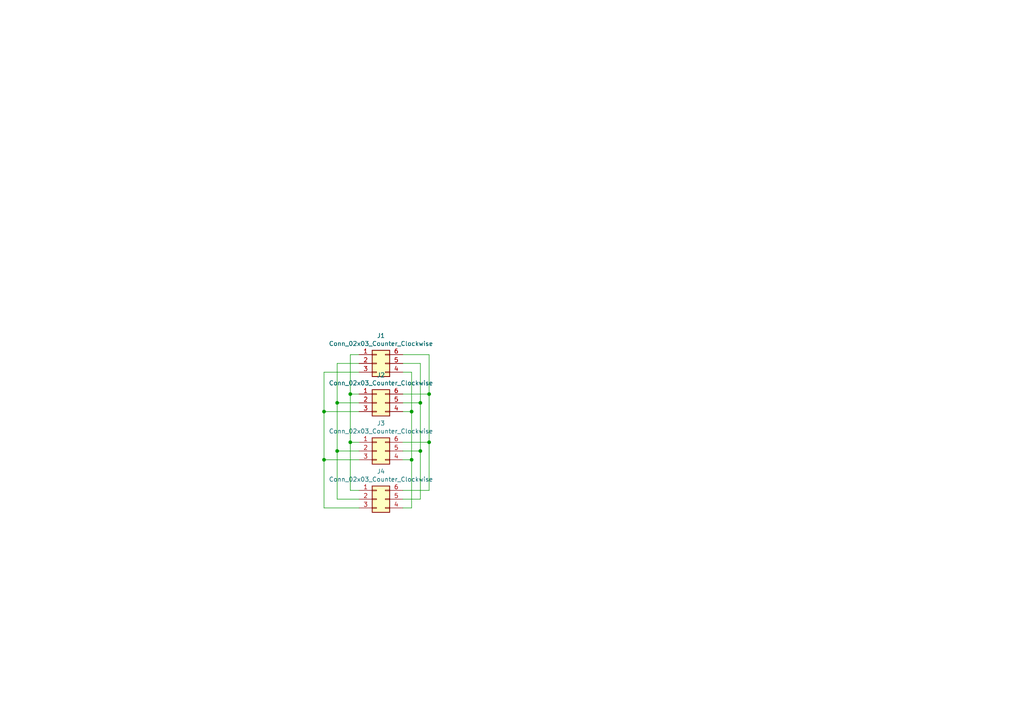
<source format=kicad_sch>
(kicad_sch (version 20211123) (generator eeschema)
  (paper "A4")
  (lib_symbols
    (symbol "Connector_Generic:Conn_02x03_Counter_Clockwise" (pin_names (offset 1.016) hide)
      (property "Reference" "J" (at 1.27 5.08 0))
      (property "Value" "Conn_02x03_Counter_Clockwise" (at 1.27 -5.08 0))
      (symbol "Conn_02x03_Counter_Clockwise_1_1"
        (rectangle (start -1.27 -2.413) (end 0 -2.667) (stroke (width 0.1524)))
        (rectangle (start -1.27 0.127) (end 0 -0.127) (stroke (width 0.1524)))
        (rectangle (start -1.27 2.667) (end 0 2.413) (stroke (width 0.1524)))
        (rectangle (start -1.27 3.81) (end 3.81 -3.81) (stroke (width 0.254)) (fill (type background)))
        (rectangle (start 3.81 -2.413) (end 2.54 -2.667) (stroke (width 0.1524)))
        (rectangle (start 3.81 0.127) (end 2.54 -0.127) (stroke (width 0.1524)))
        (rectangle (start 3.81 2.667) (end 2.54 2.413) (stroke (width 0.1524)))
        (pin passive line (at -5.08 2.54 0) (length 3.81) (name "Pin_1") (number "1"))
        (pin passive line (at -5.08 0 0) (length 3.81) (name "Pin_2") (number "2"))
        (pin passive line (at -5.08 -2.54 0) (length 3.81) (name "Pin_3") (number "3"))
        (pin passive line (at 7.62 -2.54 180) (length 3.81) (name "Pin_4") (number "4"))
        (pin passive line (at 7.62 0 180) (length 3.81) (name "Pin_5") (number "5"))
        (pin passive line (at 7.62 2.54 180) (length 3.81) (name "Pin_6") (number "6"))
      )
    )
  )
  (junction (at 97.79 116.84))
  (junction (at 93.98 119.38))
  (junction (at 124.46 128.27))
  (junction (at 93.98 133.35))
  (junction (at 119.38 133.35))
  (junction (at 97.79 130.81))
  (junction (at 121.92 130.81))
  (junction (at 119.38 119.38))
  (junction (at 124.46 114.3))
  (junction (at 121.92 116.84))
  (junction (at 101.6 114.3))
  (junction (at 101.6 128.27))
  (wire (pts (xy 93.98 119.38) (xy 104.14 119.38)))
  (wire (pts (xy 116.84 116.84) (xy 121.92 116.84)))
  (wire (pts (xy 119.38 147.32) (xy 116.84 147.32)))
  (wire (pts (xy 116.84 133.35) (xy 119.38 133.35)))
  (wire (pts (xy 116.84 119.38) (xy 119.38 119.38)))
  (wire (pts (xy 119.38 119.38) (xy 119.38 107.95)))
  (wire (pts (xy 116.84 144.78) (xy 121.92 144.78)))
  (wire (pts (xy 121.92 130.81) (xy 121.92 144.78)))
  (wire (pts (xy 124.46 102.87) (xy 116.84 102.87)))
  (wire (pts (xy 101.6 142.24) (xy 104.14 142.24)))
  (wire (pts (xy 97.79 116.84) (xy 97.79 130.81)))
  (wire (pts (xy 104.14 105.41) (xy 97.79 105.41)))
  (wire (pts (xy 116.84 130.81) (xy 121.92 130.81)))
  (wire (pts (xy 116.84 114.3) (xy 124.46 114.3)))
  (wire (pts (xy 97.79 144.78) (xy 104.14 144.78)))
  (wire (pts (xy 121.92 105.41) (xy 116.84 105.41)))
  (wire (pts (xy 119.38 119.38) (xy 119.38 133.35)))
  (wire (pts (xy 101.6 128.27) (xy 101.6 142.24)))
  (wire (pts (xy 101.6 102.87) (xy 101.6 114.3)))
  (wire (pts (xy 124.46 102.87) (xy 124.46 114.3)))
  (wire (pts (xy 93.98 119.38) (xy 93.98 133.35)))
  (wire (pts (xy 93.98 107.95) (xy 93.98 119.38)))
  (wire (pts (xy 93.98 133.35) (xy 104.14 133.35)))
  (wire (pts (xy 93.98 133.35) (xy 93.98 147.32)))
  (wire (pts (xy 116.84 128.27) (xy 124.46 128.27)))
  (wire (pts (xy 101.6 128.27) (xy 104.14 128.27)))
  (wire (pts (xy 124.46 114.3) (xy 124.46 128.27)))
  (wire (pts (xy 104.14 107.95) (xy 93.98 107.95)))
  (wire (pts (xy 119.38 133.35) (xy 119.38 147.32)))
  (wire (pts (xy 101.6 114.3) (xy 101.6 128.27)))
  (wire (pts (xy 93.98 147.32) (xy 104.14 147.32)))
  (wire (pts (xy 97.79 105.41) (xy 97.79 116.84)))
  (wire (pts (xy 101.6 114.3) (xy 104.14 114.3)))
  (wire (pts (xy 97.79 116.84) (xy 104.14 116.84)))
  (wire (pts (xy 97.79 130.81) (xy 104.14 130.81)))
  (wire (pts (xy 121.92 116.84) (xy 121.92 130.81)))
  (wire (pts (xy 104.14 102.87) (xy 101.6 102.87)))
  (wire (pts (xy 121.92 116.84) (xy 121.92 105.41)))
  (wire (pts (xy 124.46 142.24) (xy 116.84 142.24)))
  (wire (pts (xy 119.38 107.95) (xy 116.84 107.95)))
  (wire (pts (xy 124.46 128.27) (xy 124.46 142.24)))
  (wire (pts (xy 97.79 130.81) (xy 97.79 144.78)))
  (symbol (lib_id "Connector_Generic:Conn_02x03_Counter_Clockwise") (at 109.22 105.41 0) (unit 1)
    (property "Reference" "J1" (at 110.49 97.3582 0))
    (property "Value" "Conn_02x03_Counter_Clockwise" (at 110.49 99.6696 0))
    (property "Footprint" "Connector_PinHeader_2.54mm:PinHeader_2x03_P2.54mm_Vertical" (effects hide))
  )
  (symbol (lib_id "Connector_Generic:Conn_02x03_Counter_Clockwise") (at 109.22 116.84 0) (unit 1)
    (property "Reference" "J2" (at 110.49 108.7882 0))
    (property "Value" "Conn_02x03_Counter_Clockwise" (at 110.49 111.0996 0))
    (property "Footprint" "Connector_PinHeader_2.54mm:PinHeader_2x03_P2.54mm_Vertical" (effects hide))
  )
  (symbol (lib_id "Connector_Generic:Conn_02x03_Counter_Clockwise") (at 109.22 144.78 0) (unit 1)
    (property "Reference" "J4" (at 110.49 136.7282 0))
    (property "Value" "Conn_02x03_Counter_Clockwise" (at 110.49 139.0396 0))
    (property "Footprint" "Connector_PinHeader_2.54mm:PinHeader_2x03_P2.54mm_Vertical" (effects hide))
  )
  (symbol (lib_id "Connector_Generic:Conn_02x03_Counter_Clockwise") (at 109.22 130.81 0) (unit 1)
    (property "Reference" "J3" (at 110.49 122.7582 0))
    (property "Value" "Conn_02x03_Counter_Clockwise" (at 110.49 125.0696 0))
    (property "Footprint" "Connector_PinHeader_2.54mm:PinHeader_2x03_P2.54mm_Vertical" (effects hide))
  )
)
</source>
